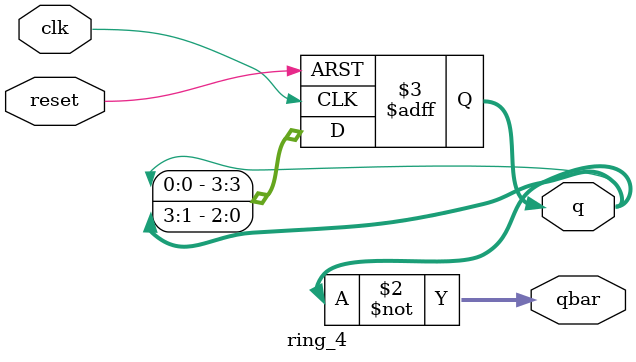
<source format=v>
`timescale 1ns / 1ps

module ring_4(
    input clk,
    input reset,
    output reg [3:0] q,
    output wire [3:0] qbar
);
    always @(posedge clk or posedge reset) begin
        if (reset) begin
            q <= 4'b1000;
            end
        else
            q <= {q[0], q[3:1]};
    end
        assign qbar = ~q;

endmodule

</source>
